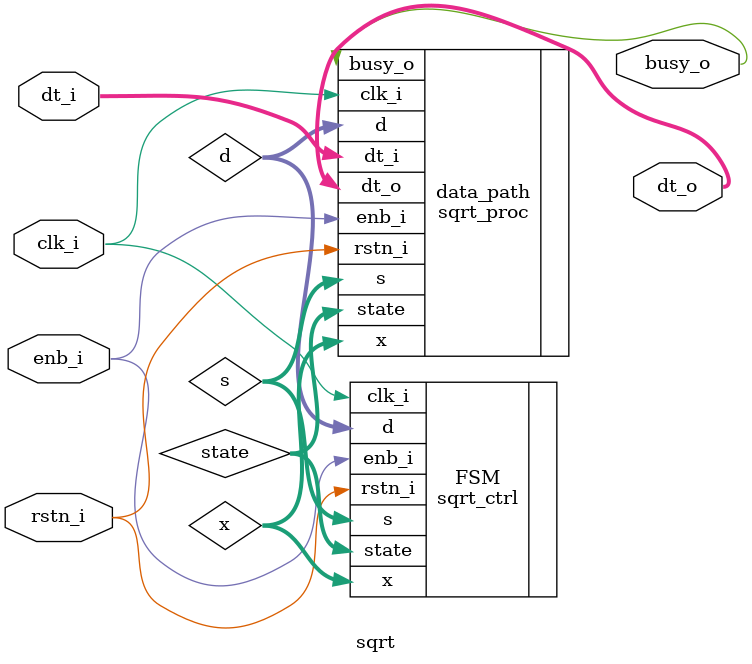
<source format=sv>
typedef enum logic [3:0] {
  idle,
  getX,
  zero,

  sumD_loadR1,
  sumD_loadR2,
  sumD_drive,

  sumS_loadR1,
  sumS_loadR2_1,
  sumS_driveR1,
  sumS_loadR2_2,
  sumS_drive,

  compara,
  finaliza
} State;

module sqrt(
  input  logic         clk_i,
  input  logic         rstn_i,

  input  logic         enb_i,
  input  logic [7:0]   dt_i,

  output logic         busy_o,
  output logic [7:0]   dt_o
);

  State state;

  logic [8:0]   d;
  logic [8:0]   s;
  logic [7:0]   x;


  sqrt_proc data_path (
    .clk_i(clk_i),
    .rstn_i(rstn_i),

    .enb_i(enb_i),
    .dt_i(dt_i),

    .state(state),

    .d(d),
    .s(s),
    .x(x),

    .busy_o(busy_o),
    .dt_o(dt_o)
  );

  sqrt_ctrl FSM (
    .clk_i(clk_i),
    .rstn_i(rstn_i),

    .enb_i(enb_i),

    .d(d),
    .s(s),
    .x(x),

    .state(state)
  );

endmodule

</source>
